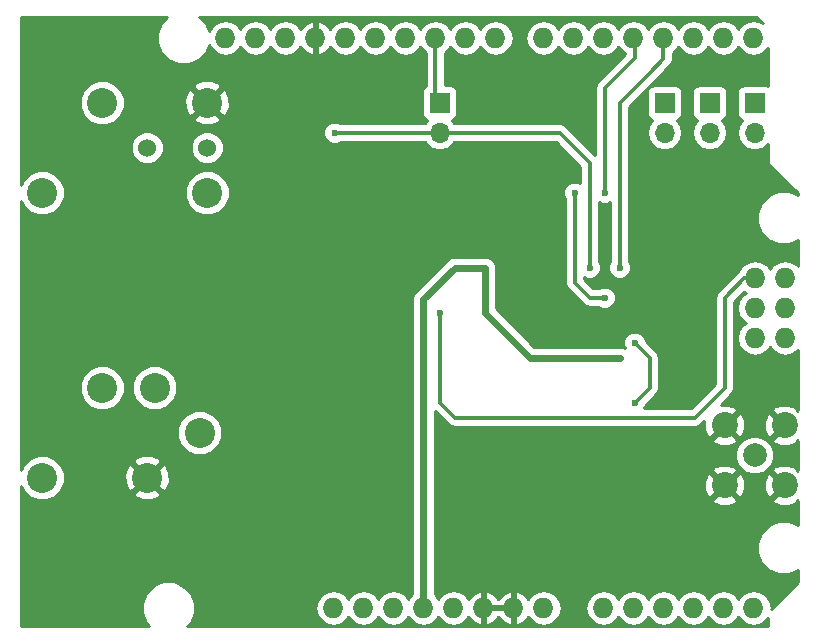
<source format=gbl>
G04 #@! TF.FileFunction,Copper,L2,Bot,Signal*
%FSLAX46Y46*%
G04 Gerber Fmt 4.6, Leading zero omitted, Abs format (unit mm)*
G04 Created by KiCad (PCBNEW 4.0.7) date 05/12/18 01:40:03*
%MOMM*%
%LPD*%
G01*
G04 APERTURE LIST*
%ADD10C,0.100000*%
%ADD11C,2.540000*%
%ADD12C,1.524000*%
%ADD13R,1.700000X1.700000*%
%ADD14O,1.700000X1.700000*%
%ADD15C,2.200000*%
%ADD16C,2.000000*%
%ADD17O,1.727200X1.727200*%
%ADD18C,0.600000*%
%ADD19C,0.609600*%
%ADD20C,0.304800*%
%ADD21C,0.254000*%
G04 APERTURE END LIST*
D10*
D11*
X17272000Y37719000D03*
D12*
X17272000Y41529000D03*
D11*
X17272000Y45339000D03*
X3302000Y37719000D03*
X8382000Y45339000D03*
D12*
X12192000Y41529000D03*
D11*
X12192000Y13589000D03*
X16637000Y17399000D03*
X12827000Y21209000D03*
X3302000Y13589000D03*
X8382000Y21209000D03*
D13*
X56007000Y45339000D03*
D14*
X56007000Y42799000D03*
D13*
X59817000Y45339000D03*
D14*
X59817000Y42799000D03*
D13*
X63627000Y45339000D03*
D14*
X63627000Y42799000D03*
D15*
X61087000Y12954000D03*
X61087000Y18034000D03*
X66167000Y18034000D03*
X66167000Y12954000D03*
D16*
X63627000Y15494000D03*
D17*
X63665100Y25425400D03*
X66205100Y25425400D03*
X66205100Y27965400D03*
X63665100Y27965400D03*
X66205100Y30505400D03*
X50838100Y2565400D03*
X45758100Y2565400D03*
X43218100Y2565400D03*
X40678100Y2565400D03*
X38138100Y2565400D03*
X35598100Y2565400D03*
X33058100Y2565400D03*
X30518100Y2565400D03*
X63538100Y50825400D03*
X60998100Y50825400D03*
X58458100Y50825400D03*
X55918100Y50825400D03*
X53378100Y50825400D03*
X50838100Y50825400D03*
X48298100Y50825400D03*
X45758100Y50825400D03*
X26454100Y50825400D03*
X41694100Y50825400D03*
X39154100Y50825400D03*
X36614100Y50825400D03*
X18834100Y50825400D03*
X21374100Y50825400D03*
X23914100Y50825400D03*
X28994100Y50825400D03*
X31534100Y50825400D03*
X34074100Y50825400D03*
X27978100Y2565400D03*
X53378100Y2565400D03*
X55918100Y2565400D03*
X58458100Y2565400D03*
X60998100Y2565400D03*
X63538100Y2565400D03*
X63665100Y30505400D03*
D13*
X36957000Y45339000D03*
D14*
X36957000Y42799000D03*
D18*
X40767000Y31369000D03*
X52197000Y23749000D03*
X58547000Y13589000D03*
X53467000Y38989000D03*
X53467000Y33909000D03*
X50927000Y37719000D03*
X50927000Y28829000D03*
X48387000Y37719000D03*
X53467000Y19939000D03*
X53467000Y25019000D03*
X52197000Y31369000D03*
X36957000Y27559000D03*
X28067000Y42799000D03*
X49657000Y31369000D03*
D19*
X35598100Y2565400D02*
X35598100Y28740100D01*
X38227000Y31369000D02*
X40767000Y31369000D01*
X35598100Y28740100D02*
X38227000Y31369000D01*
X40767000Y27559000D02*
X40767000Y31369000D01*
X44577000Y23749000D02*
X40767000Y27559000D01*
X52197000Y23749000D02*
X44577000Y23749000D01*
X53467000Y33909000D02*
X53467000Y38989000D01*
D20*
X50927000Y46609000D02*
X53467000Y49149000D01*
X53467000Y49149000D02*
X53467000Y50736500D01*
X53467000Y50736500D02*
X53378100Y50825400D01*
X53378100Y50825400D02*
X53378100Y50330100D01*
X50927000Y46609000D02*
X50927000Y45339000D01*
X50927000Y45339000D02*
X50927000Y37719000D01*
X50927000Y28829000D02*
X49657000Y28829000D01*
X48387000Y30099000D02*
X48387000Y37719000D01*
X49657000Y28829000D02*
X48387000Y30099000D01*
X53467000Y19939000D02*
X54737000Y21209000D01*
X54737000Y23749000D02*
X53467000Y25019000D01*
X54737000Y21209000D02*
X54737000Y23749000D01*
X52197000Y45339000D02*
X54737000Y47879000D01*
X52197000Y31369000D02*
X52197000Y38989000D01*
X55918100Y49060100D02*
X54737000Y47879000D01*
X55918100Y49060100D02*
X55918100Y50825400D01*
X52197000Y45339000D02*
X52197000Y38989000D01*
X62763400Y30505400D02*
X61087000Y28829000D01*
X61087000Y28829000D02*
X61087000Y21209000D01*
X61087000Y21209000D02*
X58547000Y18669000D01*
X58547000Y18669000D02*
X38227000Y18669000D01*
X38227000Y18669000D02*
X36957000Y19939000D01*
X36957000Y19939000D02*
X36957000Y25019000D01*
X62763400Y30505400D02*
X63665100Y30505400D01*
X36957000Y27559000D02*
X36957000Y25019000D01*
X36614100Y50825400D02*
X36614100Y45681900D01*
X36614100Y45681900D02*
X36957000Y45339000D01*
X36957000Y42799000D02*
X28067000Y42799000D01*
X36957000Y42799000D02*
X47117000Y42799000D01*
X49657000Y40259000D02*
X49657000Y31369000D01*
X47117000Y42799000D02*
X49657000Y40259000D01*
D21*
G36*
X13384464Y52093079D02*
X13043489Y51271919D01*
X13042713Y50382781D01*
X13382255Y49561028D01*
X14010421Y48931764D01*
X14831581Y48590789D01*
X15720719Y48590013D01*
X16542472Y48929555D01*
X17171736Y49557721D01*
X17444745Y50215200D01*
X17745071Y49765730D01*
X18231252Y49440874D01*
X18804741Y49326800D01*
X18863459Y49326800D01*
X19436948Y49440874D01*
X19923129Y49765730D01*
X20104100Y50036572D01*
X20285071Y49765730D01*
X20771252Y49440874D01*
X21344741Y49326800D01*
X21403459Y49326800D01*
X21976948Y49440874D01*
X22463129Y49765730D01*
X22644100Y50036572D01*
X22825071Y49765730D01*
X23311252Y49440874D01*
X23884741Y49326800D01*
X23943459Y49326800D01*
X24516948Y49440874D01*
X25003129Y49765730D01*
X25184092Y50036561D01*
X25565610Y49618579D01*
X26095073Y49370432D01*
X26327100Y49490931D01*
X26327100Y50698400D01*
X26307100Y50698400D01*
X26307100Y50952400D01*
X26327100Y50952400D01*
X26327100Y52159869D01*
X26095073Y52280368D01*
X25565610Y52032221D01*
X25184092Y51614239D01*
X25003129Y51885070D01*
X24516948Y52209926D01*
X23943459Y52324000D01*
X23884741Y52324000D01*
X23311252Y52209926D01*
X22825071Y51885070D01*
X22644100Y51614228D01*
X22463129Y51885070D01*
X21976948Y52209926D01*
X21403459Y52324000D01*
X21344741Y52324000D01*
X20771252Y52209926D01*
X20285071Y51885070D01*
X20104100Y51614228D01*
X19923129Y51885070D01*
X19436948Y52209926D01*
X18863459Y52324000D01*
X18804741Y52324000D01*
X18231252Y52209926D01*
X17745071Y51885070D01*
X17444435Y51435137D01*
X17173945Y52089772D01*
X16634660Y52630000D01*
X63776394Y52630000D01*
X64308267Y52098127D01*
X64140948Y52209926D01*
X63567459Y52324000D01*
X63508741Y52324000D01*
X62935252Y52209926D01*
X62449071Y51885070D01*
X62268100Y51614228D01*
X62087129Y51885070D01*
X61600948Y52209926D01*
X61027459Y52324000D01*
X60968741Y52324000D01*
X60395252Y52209926D01*
X59909071Y51885070D01*
X59728100Y51614228D01*
X59547129Y51885070D01*
X59060948Y52209926D01*
X58487459Y52324000D01*
X58428741Y52324000D01*
X57855252Y52209926D01*
X57369071Y51885070D01*
X57188100Y51614228D01*
X57007129Y51885070D01*
X56520948Y52209926D01*
X55947459Y52324000D01*
X55888741Y52324000D01*
X55315252Y52209926D01*
X54829071Y51885070D01*
X54648100Y51614228D01*
X54467129Y51885070D01*
X53980948Y52209926D01*
X53407459Y52324000D01*
X53348741Y52324000D01*
X52775252Y52209926D01*
X52289071Y51885070D01*
X52108100Y51614228D01*
X51927129Y51885070D01*
X51440948Y52209926D01*
X50867459Y52324000D01*
X50808741Y52324000D01*
X50235252Y52209926D01*
X49749071Y51885070D01*
X49568100Y51614228D01*
X49387129Y51885070D01*
X48900948Y52209926D01*
X48327459Y52324000D01*
X48268741Y52324000D01*
X47695252Y52209926D01*
X47209071Y51885070D01*
X47028100Y51614228D01*
X46847129Y51885070D01*
X46360948Y52209926D01*
X45787459Y52324000D01*
X45728741Y52324000D01*
X45155252Y52209926D01*
X44669071Y51885070D01*
X44344215Y51398889D01*
X44230141Y50825400D01*
X44344215Y50251911D01*
X44669071Y49765730D01*
X45155252Y49440874D01*
X45728741Y49326800D01*
X45787459Y49326800D01*
X46360948Y49440874D01*
X46847129Y49765730D01*
X47028100Y50036572D01*
X47209071Y49765730D01*
X47695252Y49440874D01*
X48268741Y49326800D01*
X48327459Y49326800D01*
X48900948Y49440874D01*
X49387129Y49765730D01*
X49568100Y50036572D01*
X49749071Y49765730D01*
X50235252Y49440874D01*
X50808741Y49326800D01*
X50867459Y49326800D01*
X51440948Y49440874D01*
X51927129Y49765730D01*
X52108100Y50036572D01*
X52289071Y49765730D01*
X52679600Y49504787D01*
X52679600Y49475152D01*
X50370224Y47165776D01*
X50199537Y46910325D01*
X50139600Y46609000D01*
X50139600Y40889952D01*
X47673776Y43355776D01*
X47418325Y43526463D01*
X47117000Y43586400D01*
X38211646Y43586400D01*
X38036147Y43849054D01*
X37994548Y43876850D01*
X38042317Y43885838D01*
X38258441Y44024910D01*
X38403431Y44237110D01*
X38454440Y44489000D01*
X38454440Y46189000D01*
X38410162Y46424317D01*
X38271090Y46640441D01*
X38058890Y46785431D01*
X37807000Y46836440D01*
X37401500Y46836440D01*
X37401500Y49564188D01*
X37703129Y49765730D01*
X37884100Y50036572D01*
X38065071Y49765730D01*
X38551252Y49440874D01*
X39124741Y49326800D01*
X39183459Y49326800D01*
X39756948Y49440874D01*
X40243129Y49765730D01*
X40424100Y50036572D01*
X40605071Y49765730D01*
X41091252Y49440874D01*
X41664741Y49326800D01*
X41723459Y49326800D01*
X42296948Y49440874D01*
X42783129Y49765730D01*
X43107985Y50251911D01*
X43222059Y50825400D01*
X43107985Y51398889D01*
X42783129Y51885070D01*
X42296948Y52209926D01*
X41723459Y52324000D01*
X41664741Y52324000D01*
X41091252Y52209926D01*
X40605071Y51885070D01*
X40424100Y51614228D01*
X40243129Y51885070D01*
X39756948Y52209926D01*
X39183459Y52324000D01*
X39124741Y52324000D01*
X38551252Y52209926D01*
X38065071Y51885070D01*
X37884100Y51614228D01*
X37703129Y51885070D01*
X37216948Y52209926D01*
X36643459Y52324000D01*
X36584741Y52324000D01*
X36011252Y52209926D01*
X35525071Y51885070D01*
X35344100Y51614228D01*
X35163129Y51885070D01*
X34676948Y52209926D01*
X34103459Y52324000D01*
X34044741Y52324000D01*
X33471252Y52209926D01*
X32985071Y51885070D01*
X32804100Y51614228D01*
X32623129Y51885070D01*
X32136948Y52209926D01*
X31563459Y52324000D01*
X31504741Y52324000D01*
X30931252Y52209926D01*
X30445071Y51885070D01*
X30264100Y51614228D01*
X30083129Y51885070D01*
X29596948Y52209926D01*
X29023459Y52324000D01*
X28964741Y52324000D01*
X28391252Y52209926D01*
X27905071Y51885070D01*
X27724108Y51614239D01*
X27342590Y52032221D01*
X26813127Y52280368D01*
X26581100Y52159869D01*
X26581100Y50952400D01*
X26601100Y50952400D01*
X26601100Y50698400D01*
X26581100Y50698400D01*
X26581100Y49490931D01*
X26813127Y49370432D01*
X27342590Y49618579D01*
X27724108Y50036561D01*
X27905071Y49765730D01*
X28391252Y49440874D01*
X28964741Y49326800D01*
X29023459Y49326800D01*
X29596948Y49440874D01*
X30083129Y49765730D01*
X30264100Y50036572D01*
X30445071Y49765730D01*
X30931252Y49440874D01*
X31504741Y49326800D01*
X31563459Y49326800D01*
X32136948Y49440874D01*
X32623129Y49765730D01*
X32804100Y50036572D01*
X32985071Y49765730D01*
X33471252Y49440874D01*
X34044741Y49326800D01*
X34103459Y49326800D01*
X34676948Y49440874D01*
X35163129Y49765730D01*
X35344100Y50036572D01*
X35525071Y49765730D01*
X35826700Y49564188D01*
X35826700Y46763216D01*
X35655559Y46653090D01*
X35510569Y46440890D01*
X35459560Y46189000D01*
X35459560Y44489000D01*
X35503838Y44253683D01*
X35642910Y44037559D01*
X35855110Y43892569D01*
X35922541Y43878914D01*
X35877853Y43849054D01*
X35702354Y43586400D01*
X28602111Y43586400D01*
X28597327Y43591192D01*
X28253799Y43733838D01*
X27881833Y43734162D01*
X27538057Y43592117D01*
X27274808Y43329327D01*
X27132162Y42985799D01*
X27131838Y42613833D01*
X27273883Y42270057D01*
X27536673Y42006808D01*
X27880201Y41864162D01*
X28252167Y41863838D01*
X28595943Y42005883D01*
X28601670Y42011600D01*
X35702354Y42011600D01*
X35877853Y41748946D01*
X36359622Y41427039D01*
X36927907Y41314000D01*
X36986093Y41314000D01*
X37554378Y41427039D01*
X38036147Y41748946D01*
X38211646Y42011600D01*
X46790848Y42011600D01*
X48869600Y39932848D01*
X48869600Y38531010D01*
X48573799Y38653838D01*
X48201833Y38654162D01*
X47858057Y38512117D01*
X47594808Y38249327D01*
X47452162Y37905799D01*
X47451838Y37533833D01*
X47593883Y37190057D01*
X47599600Y37184330D01*
X47599600Y30099000D01*
X47659537Y29797675D01*
X47830224Y29542224D01*
X49100224Y28272224D01*
X49355675Y28101537D01*
X49657000Y28041600D01*
X50391889Y28041600D01*
X50396673Y28036808D01*
X50740201Y27894162D01*
X51112167Y27893838D01*
X51455943Y28035883D01*
X51719192Y28298673D01*
X51861838Y28642201D01*
X51862162Y29014167D01*
X51720117Y29357943D01*
X51457327Y29621192D01*
X51113799Y29763838D01*
X50741833Y29764162D01*
X50398057Y29622117D01*
X50392330Y29616400D01*
X49983152Y29616400D01*
X49174400Y30425152D01*
X49174400Y30556990D01*
X49470201Y30434162D01*
X49842167Y30433838D01*
X50185943Y30575883D01*
X50449192Y30838673D01*
X50591838Y31182201D01*
X50592162Y31554167D01*
X50450117Y31897943D01*
X50444400Y31903670D01*
X50444400Y36906990D01*
X50740201Y36784162D01*
X51112167Y36783838D01*
X51409600Y36906735D01*
X51409600Y31904111D01*
X51404808Y31899327D01*
X51262162Y31555799D01*
X51261838Y31183833D01*
X51403883Y30840057D01*
X51666673Y30576808D01*
X52010201Y30434162D01*
X52382167Y30433838D01*
X52725943Y30575883D01*
X52989192Y30838673D01*
X53131838Y31182201D01*
X53132162Y31554167D01*
X52990117Y31897943D01*
X52984400Y31903670D01*
X52984400Y42799000D01*
X54492907Y42799000D01*
X54605946Y42230715D01*
X54927853Y41748946D01*
X55409622Y41427039D01*
X55977907Y41314000D01*
X56036093Y41314000D01*
X56604378Y41427039D01*
X57086147Y41748946D01*
X57408054Y42230715D01*
X57521093Y42799000D01*
X58302907Y42799000D01*
X58415946Y42230715D01*
X58737853Y41748946D01*
X59219622Y41427039D01*
X59787907Y41314000D01*
X59846093Y41314000D01*
X60414378Y41427039D01*
X60896147Y41748946D01*
X61218054Y42230715D01*
X61331093Y42799000D01*
X61218054Y43367285D01*
X60896147Y43849054D01*
X60854548Y43876850D01*
X60902317Y43885838D01*
X61118441Y44024910D01*
X61263431Y44237110D01*
X61314440Y44489000D01*
X61314440Y46189000D01*
X61270162Y46424317D01*
X61131090Y46640441D01*
X60918890Y46785431D01*
X60667000Y46836440D01*
X58967000Y46836440D01*
X58731683Y46792162D01*
X58515559Y46653090D01*
X58370569Y46440890D01*
X58319560Y46189000D01*
X58319560Y44489000D01*
X58363838Y44253683D01*
X58502910Y44037559D01*
X58715110Y43892569D01*
X58782541Y43878914D01*
X58737853Y43849054D01*
X58415946Y43367285D01*
X58302907Y42799000D01*
X57521093Y42799000D01*
X57408054Y43367285D01*
X57086147Y43849054D01*
X57044548Y43876850D01*
X57092317Y43885838D01*
X57308441Y44024910D01*
X57453431Y44237110D01*
X57504440Y44489000D01*
X57504440Y46189000D01*
X57460162Y46424317D01*
X57321090Y46640441D01*
X57108890Y46785431D01*
X56857000Y46836440D01*
X55157000Y46836440D01*
X54921683Y46792162D01*
X54705559Y46653090D01*
X54560569Y46440890D01*
X54509560Y46189000D01*
X54509560Y44489000D01*
X54553838Y44253683D01*
X54692910Y44037559D01*
X54905110Y43892569D01*
X54972541Y43878914D01*
X54927853Y43849054D01*
X54605946Y43367285D01*
X54492907Y42799000D01*
X52984400Y42799000D01*
X52984400Y45012848D01*
X56474876Y48503324D01*
X56645563Y48758775D01*
X56705500Y49060100D01*
X56705500Y49564188D01*
X57007129Y49765730D01*
X57188100Y50036572D01*
X57369071Y49765730D01*
X57855252Y49440874D01*
X58428741Y49326800D01*
X58487459Y49326800D01*
X59060948Y49440874D01*
X59547129Y49765730D01*
X59728100Y50036572D01*
X59909071Y49765730D01*
X60395252Y49440874D01*
X60968741Y49326800D01*
X61027459Y49326800D01*
X61600948Y49440874D01*
X62087129Y49765730D01*
X62268100Y50036572D01*
X62449071Y49765730D01*
X62935252Y49440874D01*
X63508741Y49326800D01*
X63567459Y49326800D01*
X64140948Y49440874D01*
X64627129Y49765730D01*
X64770000Y49979551D01*
X64770000Y46757342D01*
X64728890Y46785431D01*
X64477000Y46836440D01*
X62777000Y46836440D01*
X62541683Y46792162D01*
X62325559Y46653090D01*
X62180569Y46440890D01*
X62129560Y46189000D01*
X62129560Y44489000D01*
X62173838Y44253683D01*
X62312910Y44037559D01*
X62525110Y43892569D01*
X62592541Y43878914D01*
X62547853Y43849054D01*
X62225946Y43367285D01*
X62112907Y42799000D01*
X62225946Y42230715D01*
X62547853Y41748946D01*
X63029622Y41427039D01*
X63597907Y41314000D01*
X63656093Y41314000D01*
X64224378Y41427039D01*
X64706147Y41748946D01*
X64770000Y41844509D01*
X64770000Y40259000D01*
X64780006Y40209590D01*
X64807197Y40169197D01*
X67310000Y37666394D01*
X67310000Y37493893D01*
X66524619Y37820011D01*
X65635481Y37820787D01*
X64813728Y37481245D01*
X64184464Y36853079D01*
X63843489Y36031919D01*
X63842713Y35142781D01*
X64182255Y34321028D01*
X64810421Y33691764D01*
X65631581Y33350789D01*
X66520719Y33350013D01*
X67310000Y33676138D01*
X67310000Y31541317D01*
X67294129Y31565070D01*
X66807948Y31889926D01*
X66234459Y32004000D01*
X66175741Y32004000D01*
X65602252Y31889926D01*
X65116071Y31565070D01*
X64935100Y31294228D01*
X64754129Y31565070D01*
X64267948Y31889926D01*
X63694459Y32004000D01*
X63635741Y32004000D01*
X63062252Y31889926D01*
X62576071Y31565070D01*
X62267006Y31102522D01*
X62206624Y31062176D01*
X60530224Y29385776D01*
X60359537Y29130325D01*
X60299600Y28829000D01*
X60299600Y21535152D01*
X58220848Y19456400D01*
X54279010Y19456400D01*
X54401838Y19752201D01*
X54401845Y19760293D01*
X55293776Y20652224D01*
X55464463Y20907675D01*
X55524400Y21209000D01*
X55524400Y23749000D01*
X55464463Y24050325D01*
X55293776Y24305776D01*
X54402156Y25197396D01*
X54402162Y25204167D01*
X54260117Y25547943D01*
X53997327Y25811192D01*
X53653799Y25953838D01*
X53281833Y25954162D01*
X52938057Y25812117D01*
X52674808Y25549327D01*
X52532162Y25205799D01*
X52531838Y24833833D01*
X52637310Y24578570D01*
X52577191Y24603534D01*
X52556646Y24617262D01*
X52532623Y24622040D01*
X52383799Y24683838D01*
X52221234Y24683980D01*
X52197000Y24688800D01*
X44966278Y24688800D01*
X41706800Y27948278D01*
X41706800Y31369000D01*
X41702022Y31393022D01*
X41702162Y31554167D01*
X41640083Y31704411D01*
X41635262Y31728646D01*
X41621654Y31749012D01*
X41560117Y31897943D01*
X41445267Y32012994D01*
X41431539Y32033539D01*
X41411173Y32047147D01*
X41297327Y32161192D01*
X41147191Y32223534D01*
X41126646Y32237262D01*
X41102623Y32242040D01*
X40953799Y32303838D01*
X40791234Y32303980D01*
X40767000Y32308800D01*
X38227000Y32308800D01*
X37867354Y32237262D01*
X37562461Y32033539D01*
X34933561Y29404639D01*
X34729838Y29099746D01*
X34658300Y28740100D01*
X34658300Y3724782D01*
X34509071Y3625070D01*
X34328100Y3354228D01*
X34147129Y3625070D01*
X33660948Y3949926D01*
X33087459Y4064000D01*
X33028741Y4064000D01*
X32455252Y3949926D01*
X31969071Y3625070D01*
X31788100Y3354228D01*
X31607129Y3625070D01*
X31120948Y3949926D01*
X30547459Y4064000D01*
X30488741Y4064000D01*
X29915252Y3949926D01*
X29429071Y3625070D01*
X29248100Y3354228D01*
X29067129Y3625070D01*
X28580948Y3949926D01*
X28007459Y4064000D01*
X27948741Y4064000D01*
X27375252Y3949926D01*
X26889071Y3625070D01*
X26564215Y3138889D01*
X26450141Y2565400D01*
X26564215Y1991911D01*
X26889071Y1505730D01*
X27375252Y1180874D01*
X27948741Y1066800D01*
X28007459Y1066800D01*
X28580948Y1180874D01*
X29067129Y1505730D01*
X29248100Y1776572D01*
X29429071Y1505730D01*
X29915252Y1180874D01*
X30488741Y1066800D01*
X30547459Y1066800D01*
X31120948Y1180874D01*
X31607129Y1505730D01*
X31788100Y1776572D01*
X31969071Y1505730D01*
X32455252Y1180874D01*
X33028741Y1066800D01*
X33087459Y1066800D01*
X33660948Y1180874D01*
X34147129Y1505730D01*
X34328100Y1776572D01*
X34509071Y1505730D01*
X34995252Y1180874D01*
X35568741Y1066800D01*
X35627459Y1066800D01*
X36200948Y1180874D01*
X36687129Y1505730D01*
X36868100Y1776572D01*
X37049071Y1505730D01*
X37535252Y1180874D01*
X38108741Y1066800D01*
X38167459Y1066800D01*
X38740948Y1180874D01*
X39227129Y1505730D01*
X39408092Y1776561D01*
X39789610Y1358579D01*
X40319073Y1110432D01*
X40551100Y1230931D01*
X40551100Y2438400D01*
X40805100Y2438400D01*
X40805100Y1230931D01*
X41037127Y1110432D01*
X41566590Y1358579D01*
X41948100Y1776552D01*
X42329610Y1358579D01*
X42859073Y1110432D01*
X43091100Y1230931D01*
X43091100Y2438400D01*
X40805100Y2438400D01*
X40551100Y2438400D01*
X40531100Y2438400D01*
X40531100Y2692400D01*
X40551100Y2692400D01*
X40551100Y3899869D01*
X40805100Y3899869D01*
X40805100Y2692400D01*
X43091100Y2692400D01*
X43091100Y3899869D01*
X43345100Y3899869D01*
X43345100Y2692400D01*
X43365100Y2692400D01*
X43365100Y2438400D01*
X43345100Y2438400D01*
X43345100Y1230931D01*
X43577127Y1110432D01*
X44106590Y1358579D01*
X44488108Y1776561D01*
X44669071Y1505730D01*
X45155252Y1180874D01*
X45728741Y1066800D01*
X45787459Y1066800D01*
X46360948Y1180874D01*
X46847129Y1505730D01*
X47171985Y1991911D01*
X47286059Y2565400D01*
X47171985Y3138889D01*
X46847129Y3625070D01*
X46360948Y3949926D01*
X45787459Y4064000D01*
X45728741Y4064000D01*
X45155252Y3949926D01*
X44669071Y3625070D01*
X44488108Y3354239D01*
X44106590Y3772221D01*
X43577127Y4020368D01*
X43345100Y3899869D01*
X43091100Y3899869D01*
X42859073Y4020368D01*
X42329610Y3772221D01*
X41948100Y3354248D01*
X41566590Y3772221D01*
X41037127Y4020368D01*
X40805100Y3899869D01*
X40551100Y3899869D01*
X40319073Y4020368D01*
X39789610Y3772221D01*
X39408092Y3354239D01*
X39227129Y3625070D01*
X38740948Y3949926D01*
X38167459Y4064000D01*
X38108741Y4064000D01*
X37535252Y3949926D01*
X37049071Y3625070D01*
X36868100Y3354228D01*
X36687129Y3625070D01*
X36537900Y3724782D01*
X36537900Y11729132D01*
X60041737Y11729132D01*
X60152641Y11451901D01*
X60798593Y11208677D01*
X61488453Y11231164D01*
X62021359Y11451901D01*
X62132263Y11729132D01*
X61087000Y12774395D01*
X60041737Y11729132D01*
X36537900Y11729132D01*
X36537900Y13242407D01*
X59341677Y13242407D01*
X59364164Y12552547D01*
X59584901Y12019641D01*
X59862132Y11908737D01*
X60907395Y12954000D01*
X61266605Y12954000D01*
X62311868Y11908737D01*
X62589099Y12019641D01*
X62832323Y12665593D01*
X62813521Y13242407D01*
X64421677Y13242407D01*
X64444164Y12552547D01*
X64664901Y12019641D01*
X64942132Y11908737D01*
X65987395Y12954000D01*
X64942132Y13999263D01*
X64664901Y13888359D01*
X64421677Y13242407D01*
X62813521Y13242407D01*
X62809836Y13355453D01*
X62589099Y13888359D01*
X62311868Y13999263D01*
X61266605Y12954000D01*
X60907395Y12954000D01*
X59862132Y13999263D01*
X59584901Y13888359D01*
X59341677Y13242407D01*
X36537900Y13242407D01*
X36537900Y14178868D01*
X60041737Y14178868D01*
X61087000Y13133605D01*
X62132263Y14178868D01*
X62021359Y14456099D01*
X61375407Y14699323D01*
X60685547Y14676836D01*
X60152641Y14456099D01*
X60041737Y14178868D01*
X36537900Y14178868D01*
X36537900Y15170205D01*
X61991716Y15170205D01*
X62240106Y14569057D01*
X62699637Y14108722D01*
X63300352Y13859284D01*
X63950795Y13858716D01*
X64551943Y14107106D01*
X65012278Y14566637D01*
X65261716Y15167352D01*
X65262284Y15817795D01*
X65013894Y16418943D01*
X64554363Y16879278D01*
X63953648Y17128716D01*
X63303205Y17129284D01*
X62702057Y16880894D01*
X62241722Y16421363D01*
X61992284Y15820648D01*
X61991716Y15170205D01*
X36537900Y15170205D01*
X36537900Y16809132D01*
X60041737Y16809132D01*
X60152641Y16531901D01*
X60798593Y16288677D01*
X61488453Y16311164D01*
X62021359Y16531901D01*
X62132263Y16809132D01*
X61087000Y17854395D01*
X60041737Y16809132D01*
X36537900Y16809132D01*
X36537900Y19244548D01*
X37670224Y18112224D01*
X37925675Y17941537D01*
X38227000Y17881600D01*
X58547000Y17881600D01*
X58848325Y17941537D01*
X59103776Y18112224D01*
X59358417Y18366865D01*
X59341677Y18322407D01*
X59364164Y17632547D01*
X59584901Y17099641D01*
X59862132Y16988737D01*
X60907395Y18034000D01*
X61266605Y18034000D01*
X62311868Y16988737D01*
X62589099Y17099641D01*
X62832323Y17745593D01*
X62813521Y18322407D01*
X64421677Y18322407D01*
X64444164Y17632547D01*
X64664901Y17099641D01*
X64942132Y16988737D01*
X65987395Y18034000D01*
X64942132Y19079263D01*
X64664901Y18968359D01*
X64421677Y18322407D01*
X62813521Y18322407D01*
X62809836Y18435453D01*
X62589099Y18968359D01*
X62311868Y19079263D01*
X61266605Y18034000D01*
X60907395Y18034000D01*
X60893253Y18048142D01*
X61072858Y18227747D01*
X61087000Y18213605D01*
X62132263Y19258868D01*
X62021359Y19536099D01*
X61375407Y19779323D01*
X60750505Y19758953D01*
X61643776Y20652224D01*
X61814463Y20907675D01*
X61874400Y21209000D01*
X61874400Y28502848D01*
X62720666Y29349114D01*
X62890852Y29235400D01*
X62576071Y29025070D01*
X62251215Y28538889D01*
X62137141Y27965400D01*
X62251215Y27391911D01*
X62576071Y26905730D01*
X62890852Y26695400D01*
X62576071Y26485070D01*
X62251215Y25998889D01*
X62137141Y25425400D01*
X62251215Y24851911D01*
X62576071Y24365730D01*
X63062252Y24040874D01*
X63635741Y23926800D01*
X63694459Y23926800D01*
X64267948Y24040874D01*
X64754129Y24365730D01*
X64935100Y24636572D01*
X65116071Y24365730D01*
X65602252Y24040874D01*
X66175741Y23926800D01*
X66234459Y23926800D01*
X66807948Y24040874D01*
X67294129Y24365730D01*
X67310000Y24389483D01*
X67310000Y19356608D01*
X67212262Y19258870D01*
X67101359Y19536099D01*
X66455407Y19779323D01*
X65765547Y19756836D01*
X65232641Y19536099D01*
X65121737Y19258868D01*
X66167000Y18213605D01*
X66181143Y18227747D01*
X66360748Y18048142D01*
X66346605Y18034000D01*
X66360748Y18019857D01*
X66181143Y17840252D01*
X66167000Y17854395D01*
X65121737Y16809132D01*
X65232641Y16531901D01*
X65878593Y16288677D01*
X66568453Y16311164D01*
X67101359Y16531901D01*
X67212262Y16809130D01*
X67310000Y16711392D01*
X67310000Y14276608D01*
X67212262Y14178870D01*
X67101359Y14456099D01*
X66455407Y14699323D01*
X65765547Y14676836D01*
X65232641Y14456099D01*
X65121737Y14178868D01*
X66167000Y13133605D01*
X66181143Y13147747D01*
X66360748Y12968142D01*
X66346605Y12954000D01*
X66360748Y12939857D01*
X66181143Y12760252D01*
X66167000Y12774395D01*
X65121737Y11729132D01*
X65232641Y11451901D01*
X65878593Y11208677D01*
X66568453Y11231164D01*
X67101359Y11451901D01*
X67212262Y11729130D01*
X67310000Y11631392D01*
X67310000Y9553893D01*
X66524619Y9880011D01*
X65635481Y9880787D01*
X64813728Y9541245D01*
X64184464Y8913079D01*
X63843489Y8091919D01*
X63842713Y7202781D01*
X64182255Y6381028D01*
X64810421Y5751764D01*
X65631581Y5410789D01*
X66520719Y5410013D01*
X67310000Y5736138D01*
X67310000Y4751606D01*
X65051723Y2493329D01*
X65066059Y2565400D01*
X64951985Y3138889D01*
X64627129Y3625070D01*
X64140948Y3949926D01*
X63567459Y4064000D01*
X63508741Y4064000D01*
X62935252Y3949926D01*
X62449071Y3625070D01*
X62268100Y3354228D01*
X62087129Y3625070D01*
X61600948Y3949926D01*
X61027459Y4064000D01*
X60968741Y4064000D01*
X60395252Y3949926D01*
X59909071Y3625070D01*
X59728100Y3354228D01*
X59547129Y3625070D01*
X59060948Y3949926D01*
X58487459Y4064000D01*
X58428741Y4064000D01*
X57855252Y3949926D01*
X57369071Y3625070D01*
X57188100Y3354228D01*
X57007129Y3625070D01*
X56520948Y3949926D01*
X55947459Y4064000D01*
X55888741Y4064000D01*
X55315252Y3949926D01*
X54829071Y3625070D01*
X54648100Y3354228D01*
X54467129Y3625070D01*
X53980948Y3949926D01*
X53407459Y4064000D01*
X53348741Y4064000D01*
X52775252Y3949926D01*
X52289071Y3625070D01*
X52108100Y3354228D01*
X51927129Y3625070D01*
X51440948Y3949926D01*
X50867459Y4064000D01*
X50808741Y4064000D01*
X50235252Y3949926D01*
X49749071Y3625070D01*
X49424215Y3138889D01*
X49310141Y2565400D01*
X49424215Y1991911D01*
X49749071Y1505730D01*
X50235252Y1180874D01*
X50808741Y1066800D01*
X50867459Y1066800D01*
X51440948Y1180874D01*
X51927129Y1505730D01*
X52108100Y1776572D01*
X52289071Y1505730D01*
X52775252Y1180874D01*
X53348741Y1066800D01*
X53407459Y1066800D01*
X53980948Y1180874D01*
X54467129Y1505730D01*
X54648100Y1776572D01*
X54829071Y1505730D01*
X55315252Y1180874D01*
X55888741Y1066800D01*
X55947459Y1066800D01*
X56520948Y1180874D01*
X57007129Y1505730D01*
X57188100Y1776572D01*
X57369071Y1505730D01*
X57855252Y1180874D01*
X58428741Y1066800D01*
X58487459Y1066800D01*
X59060948Y1180874D01*
X59547129Y1505730D01*
X59728100Y1776572D01*
X59909071Y1505730D01*
X60395252Y1180874D01*
X60968741Y1066800D01*
X61027459Y1066800D01*
X61600948Y1180874D01*
X62087129Y1505730D01*
X62268100Y1776572D01*
X62449071Y1505730D01*
X62935252Y1180874D01*
X63508741Y1066800D01*
X63567459Y1066800D01*
X64140948Y1180874D01*
X64627129Y1505730D01*
X64770000Y1719551D01*
X64770000Y1016000D01*
X15619523Y1016000D01*
X15901736Y1297721D01*
X16242711Y2118881D01*
X16243487Y3008019D01*
X15903945Y3829772D01*
X15275779Y4459036D01*
X14454619Y4800011D01*
X13565481Y4800787D01*
X12743728Y4461245D01*
X12114464Y3833079D01*
X11773489Y3011919D01*
X11772713Y2122781D01*
X12112255Y1301028D01*
X12396786Y1016000D01*
X1524000Y1016000D01*
X1524000Y12903573D01*
X1686078Y12511314D01*
X2221495Y11974961D01*
X2921410Y11684332D01*
X3679265Y11683670D01*
X4379686Y11973078D01*
X4648299Y12241223D01*
X11023828Y12241223D01*
X11155520Y11946343D01*
X11863036Y11674739D01*
X12620632Y11694564D01*
X13228480Y11946343D01*
X13360172Y12241223D01*
X12192000Y13409395D01*
X11023828Y12241223D01*
X4648299Y12241223D01*
X4916039Y12508495D01*
X5206668Y13208410D01*
X5207287Y13917964D01*
X10277739Y13917964D01*
X10297564Y13160368D01*
X10549343Y12552520D01*
X10844223Y12420828D01*
X12012395Y13589000D01*
X12371605Y13589000D01*
X13539777Y12420828D01*
X13834657Y12552520D01*
X14106261Y13260036D01*
X14086436Y14017632D01*
X13834657Y14625480D01*
X13539777Y14757172D01*
X12371605Y13589000D01*
X12012395Y13589000D01*
X10844223Y14757172D01*
X10549343Y14625480D01*
X10277739Y13917964D01*
X5207287Y13917964D01*
X5207330Y13966265D01*
X4917922Y14666686D01*
X4648303Y14936777D01*
X11023828Y14936777D01*
X12192000Y13768605D01*
X13360172Y14936777D01*
X13228480Y15231657D01*
X12520964Y15503261D01*
X11763368Y15483436D01*
X11155520Y15231657D01*
X11023828Y14936777D01*
X4648303Y14936777D01*
X4382505Y15203039D01*
X3682590Y15493668D01*
X2924735Y15494330D01*
X2224314Y15204922D01*
X1687961Y14669505D01*
X1524000Y14274642D01*
X1524000Y17021735D01*
X14731670Y17021735D01*
X15021078Y16321314D01*
X15556495Y15784961D01*
X16256410Y15494332D01*
X17014265Y15493670D01*
X17714686Y15783078D01*
X18251039Y16318495D01*
X18541668Y17018410D01*
X18542330Y17776265D01*
X18252922Y18476686D01*
X17717505Y19013039D01*
X17017590Y19303668D01*
X16259735Y19304330D01*
X15559314Y19014922D01*
X15022961Y18479505D01*
X14732332Y17779590D01*
X14731670Y17021735D01*
X1524000Y17021735D01*
X1524000Y20831735D01*
X6476670Y20831735D01*
X6766078Y20131314D01*
X7301495Y19594961D01*
X8001410Y19304332D01*
X8759265Y19303670D01*
X9459686Y19593078D01*
X9996039Y20128495D01*
X10286668Y20828410D01*
X10286670Y20831735D01*
X10921670Y20831735D01*
X11211078Y20131314D01*
X11746495Y19594961D01*
X12446410Y19304332D01*
X13204265Y19303670D01*
X13904686Y19593078D01*
X14441039Y20128495D01*
X14731668Y20828410D01*
X14732330Y21586265D01*
X14442922Y22286686D01*
X13907505Y22823039D01*
X13207590Y23113668D01*
X12449735Y23114330D01*
X11749314Y22824922D01*
X11212961Y22289505D01*
X10922332Y21589590D01*
X10921670Y20831735D01*
X10286670Y20831735D01*
X10287330Y21586265D01*
X9997922Y22286686D01*
X9462505Y22823039D01*
X8762590Y23113668D01*
X8004735Y23114330D01*
X7304314Y22824922D01*
X6767961Y22289505D01*
X6477332Y21589590D01*
X6476670Y20831735D01*
X1524000Y20831735D01*
X1524000Y37033573D01*
X1686078Y36641314D01*
X2221495Y36104961D01*
X2921410Y35814332D01*
X3679265Y35813670D01*
X4379686Y36103078D01*
X4916039Y36638495D01*
X5206668Y37338410D01*
X5206670Y37341735D01*
X15366670Y37341735D01*
X15656078Y36641314D01*
X16191495Y36104961D01*
X16891410Y35814332D01*
X17649265Y35813670D01*
X18349686Y36103078D01*
X18886039Y36638495D01*
X19176668Y37338410D01*
X19177330Y38096265D01*
X18887922Y38796686D01*
X18352505Y39333039D01*
X17652590Y39623668D01*
X16894735Y39624330D01*
X16194314Y39334922D01*
X15657961Y38799505D01*
X15367332Y38099590D01*
X15366670Y37341735D01*
X5206670Y37341735D01*
X5207330Y38096265D01*
X4917922Y38796686D01*
X4382505Y39333039D01*
X3682590Y39623668D01*
X2924735Y39624330D01*
X2224314Y39334922D01*
X1687961Y38799505D01*
X1524000Y38404642D01*
X1524000Y41252339D01*
X10794758Y41252339D01*
X11006990Y40738697D01*
X11399630Y40345371D01*
X11912900Y40132243D01*
X12468661Y40131758D01*
X12982303Y40343990D01*
X13375629Y40736630D01*
X13588757Y41249900D01*
X13588759Y41252339D01*
X15874758Y41252339D01*
X16086990Y40738697D01*
X16479630Y40345371D01*
X16992900Y40132243D01*
X17548661Y40131758D01*
X18062303Y40343990D01*
X18455629Y40736630D01*
X18668757Y41249900D01*
X18669242Y41805661D01*
X18457010Y42319303D01*
X18064370Y42712629D01*
X17551100Y42925757D01*
X16995339Y42926242D01*
X16481697Y42714010D01*
X16088371Y42321370D01*
X15875243Y41808100D01*
X15874758Y41252339D01*
X13588759Y41252339D01*
X13589242Y41805661D01*
X13377010Y42319303D01*
X12984370Y42712629D01*
X12471100Y42925757D01*
X11915339Y42926242D01*
X11401697Y42714010D01*
X11008371Y42321370D01*
X10795243Y41808100D01*
X10794758Y41252339D01*
X1524000Y41252339D01*
X1524000Y44961735D01*
X6476670Y44961735D01*
X6766078Y44261314D01*
X7301495Y43724961D01*
X8001410Y43434332D01*
X8759265Y43433670D01*
X9459686Y43723078D01*
X9728299Y43991223D01*
X16103828Y43991223D01*
X16235520Y43696343D01*
X16943036Y43424739D01*
X17700632Y43444564D01*
X18308480Y43696343D01*
X18440172Y43991223D01*
X17272000Y45159395D01*
X16103828Y43991223D01*
X9728299Y43991223D01*
X9996039Y44258495D01*
X10286668Y44958410D01*
X10287287Y45667964D01*
X15357739Y45667964D01*
X15377564Y44910368D01*
X15629343Y44302520D01*
X15924223Y44170828D01*
X17092395Y45339000D01*
X17451605Y45339000D01*
X18619777Y44170828D01*
X18914657Y44302520D01*
X19186261Y45010036D01*
X19166436Y45767632D01*
X18914657Y46375480D01*
X18619777Y46507172D01*
X17451605Y45339000D01*
X17092395Y45339000D01*
X15924223Y46507172D01*
X15629343Y46375480D01*
X15357739Y45667964D01*
X10287287Y45667964D01*
X10287330Y45716265D01*
X9997922Y46416686D01*
X9728303Y46686777D01*
X16103828Y46686777D01*
X17272000Y45518605D01*
X18440172Y46686777D01*
X18308480Y46981657D01*
X17600964Y47253261D01*
X16843368Y47233436D01*
X16235520Y46981657D01*
X16103828Y46686777D01*
X9728303Y46686777D01*
X9462505Y46953039D01*
X8762590Y47243668D01*
X8004735Y47244330D01*
X7304314Y46954922D01*
X6767961Y46419505D01*
X6477332Y45719590D01*
X6476670Y44961735D01*
X1524000Y44961735D01*
X1524000Y52630000D01*
X13922324Y52630000D01*
X13384464Y52093079D01*
X13384464Y52093079D01*
G37*
X13384464Y52093079D02*
X13043489Y51271919D01*
X13042713Y50382781D01*
X13382255Y49561028D01*
X14010421Y48931764D01*
X14831581Y48590789D01*
X15720719Y48590013D01*
X16542472Y48929555D01*
X17171736Y49557721D01*
X17444745Y50215200D01*
X17745071Y49765730D01*
X18231252Y49440874D01*
X18804741Y49326800D01*
X18863459Y49326800D01*
X19436948Y49440874D01*
X19923129Y49765730D01*
X20104100Y50036572D01*
X20285071Y49765730D01*
X20771252Y49440874D01*
X21344741Y49326800D01*
X21403459Y49326800D01*
X21976948Y49440874D01*
X22463129Y49765730D01*
X22644100Y50036572D01*
X22825071Y49765730D01*
X23311252Y49440874D01*
X23884741Y49326800D01*
X23943459Y49326800D01*
X24516948Y49440874D01*
X25003129Y49765730D01*
X25184092Y50036561D01*
X25565610Y49618579D01*
X26095073Y49370432D01*
X26327100Y49490931D01*
X26327100Y50698400D01*
X26307100Y50698400D01*
X26307100Y50952400D01*
X26327100Y50952400D01*
X26327100Y52159869D01*
X26095073Y52280368D01*
X25565610Y52032221D01*
X25184092Y51614239D01*
X25003129Y51885070D01*
X24516948Y52209926D01*
X23943459Y52324000D01*
X23884741Y52324000D01*
X23311252Y52209926D01*
X22825071Y51885070D01*
X22644100Y51614228D01*
X22463129Y51885070D01*
X21976948Y52209926D01*
X21403459Y52324000D01*
X21344741Y52324000D01*
X20771252Y52209926D01*
X20285071Y51885070D01*
X20104100Y51614228D01*
X19923129Y51885070D01*
X19436948Y52209926D01*
X18863459Y52324000D01*
X18804741Y52324000D01*
X18231252Y52209926D01*
X17745071Y51885070D01*
X17444435Y51435137D01*
X17173945Y52089772D01*
X16634660Y52630000D01*
X63776394Y52630000D01*
X64308267Y52098127D01*
X64140948Y52209926D01*
X63567459Y52324000D01*
X63508741Y52324000D01*
X62935252Y52209926D01*
X62449071Y51885070D01*
X62268100Y51614228D01*
X62087129Y51885070D01*
X61600948Y52209926D01*
X61027459Y52324000D01*
X60968741Y52324000D01*
X60395252Y52209926D01*
X59909071Y51885070D01*
X59728100Y51614228D01*
X59547129Y51885070D01*
X59060948Y52209926D01*
X58487459Y52324000D01*
X58428741Y52324000D01*
X57855252Y52209926D01*
X57369071Y51885070D01*
X57188100Y51614228D01*
X57007129Y51885070D01*
X56520948Y52209926D01*
X55947459Y52324000D01*
X55888741Y52324000D01*
X55315252Y52209926D01*
X54829071Y51885070D01*
X54648100Y51614228D01*
X54467129Y51885070D01*
X53980948Y52209926D01*
X53407459Y52324000D01*
X53348741Y52324000D01*
X52775252Y52209926D01*
X52289071Y51885070D01*
X52108100Y51614228D01*
X51927129Y51885070D01*
X51440948Y52209926D01*
X50867459Y52324000D01*
X50808741Y52324000D01*
X50235252Y52209926D01*
X49749071Y51885070D01*
X49568100Y51614228D01*
X49387129Y51885070D01*
X48900948Y52209926D01*
X48327459Y52324000D01*
X48268741Y52324000D01*
X47695252Y52209926D01*
X47209071Y51885070D01*
X47028100Y51614228D01*
X46847129Y51885070D01*
X46360948Y52209926D01*
X45787459Y52324000D01*
X45728741Y52324000D01*
X45155252Y52209926D01*
X44669071Y51885070D01*
X44344215Y51398889D01*
X44230141Y50825400D01*
X44344215Y50251911D01*
X44669071Y49765730D01*
X45155252Y49440874D01*
X45728741Y49326800D01*
X45787459Y49326800D01*
X46360948Y49440874D01*
X46847129Y49765730D01*
X47028100Y50036572D01*
X47209071Y49765730D01*
X47695252Y49440874D01*
X48268741Y49326800D01*
X48327459Y49326800D01*
X48900948Y49440874D01*
X49387129Y49765730D01*
X49568100Y50036572D01*
X49749071Y49765730D01*
X50235252Y49440874D01*
X50808741Y49326800D01*
X50867459Y49326800D01*
X51440948Y49440874D01*
X51927129Y49765730D01*
X52108100Y50036572D01*
X52289071Y49765730D01*
X52679600Y49504787D01*
X52679600Y49475152D01*
X50370224Y47165776D01*
X50199537Y46910325D01*
X50139600Y46609000D01*
X50139600Y40889952D01*
X47673776Y43355776D01*
X47418325Y43526463D01*
X47117000Y43586400D01*
X38211646Y43586400D01*
X38036147Y43849054D01*
X37994548Y43876850D01*
X38042317Y43885838D01*
X38258441Y44024910D01*
X38403431Y44237110D01*
X38454440Y44489000D01*
X38454440Y46189000D01*
X38410162Y46424317D01*
X38271090Y46640441D01*
X38058890Y46785431D01*
X37807000Y46836440D01*
X37401500Y46836440D01*
X37401500Y49564188D01*
X37703129Y49765730D01*
X37884100Y50036572D01*
X38065071Y49765730D01*
X38551252Y49440874D01*
X39124741Y49326800D01*
X39183459Y49326800D01*
X39756948Y49440874D01*
X40243129Y49765730D01*
X40424100Y50036572D01*
X40605071Y49765730D01*
X41091252Y49440874D01*
X41664741Y49326800D01*
X41723459Y49326800D01*
X42296948Y49440874D01*
X42783129Y49765730D01*
X43107985Y50251911D01*
X43222059Y50825400D01*
X43107985Y51398889D01*
X42783129Y51885070D01*
X42296948Y52209926D01*
X41723459Y52324000D01*
X41664741Y52324000D01*
X41091252Y52209926D01*
X40605071Y51885070D01*
X40424100Y51614228D01*
X40243129Y51885070D01*
X39756948Y52209926D01*
X39183459Y52324000D01*
X39124741Y52324000D01*
X38551252Y52209926D01*
X38065071Y51885070D01*
X37884100Y51614228D01*
X37703129Y51885070D01*
X37216948Y52209926D01*
X36643459Y52324000D01*
X36584741Y52324000D01*
X36011252Y52209926D01*
X35525071Y51885070D01*
X35344100Y51614228D01*
X35163129Y51885070D01*
X34676948Y52209926D01*
X34103459Y52324000D01*
X34044741Y52324000D01*
X33471252Y52209926D01*
X32985071Y51885070D01*
X32804100Y51614228D01*
X32623129Y51885070D01*
X32136948Y52209926D01*
X31563459Y52324000D01*
X31504741Y52324000D01*
X30931252Y52209926D01*
X30445071Y51885070D01*
X30264100Y51614228D01*
X30083129Y51885070D01*
X29596948Y52209926D01*
X29023459Y52324000D01*
X28964741Y52324000D01*
X28391252Y52209926D01*
X27905071Y51885070D01*
X27724108Y51614239D01*
X27342590Y52032221D01*
X26813127Y52280368D01*
X26581100Y52159869D01*
X26581100Y50952400D01*
X26601100Y50952400D01*
X26601100Y50698400D01*
X26581100Y50698400D01*
X26581100Y49490931D01*
X26813127Y49370432D01*
X27342590Y49618579D01*
X27724108Y50036561D01*
X27905071Y49765730D01*
X28391252Y49440874D01*
X28964741Y49326800D01*
X29023459Y49326800D01*
X29596948Y49440874D01*
X30083129Y49765730D01*
X30264100Y50036572D01*
X30445071Y49765730D01*
X30931252Y49440874D01*
X31504741Y49326800D01*
X31563459Y49326800D01*
X32136948Y49440874D01*
X32623129Y49765730D01*
X32804100Y50036572D01*
X32985071Y49765730D01*
X33471252Y49440874D01*
X34044741Y49326800D01*
X34103459Y49326800D01*
X34676948Y49440874D01*
X35163129Y49765730D01*
X35344100Y50036572D01*
X35525071Y49765730D01*
X35826700Y49564188D01*
X35826700Y46763216D01*
X35655559Y46653090D01*
X35510569Y46440890D01*
X35459560Y46189000D01*
X35459560Y44489000D01*
X35503838Y44253683D01*
X35642910Y44037559D01*
X35855110Y43892569D01*
X35922541Y43878914D01*
X35877853Y43849054D01*
X35702354Y43586400D01*
X28602111Y43586400D01*
X28597327Y43591192D01*
X28253799Y43733838D01*
X27881833Y43734162D01*
X27538057Y43592117D01*
X27274808Y43329327D01*
X27132162Y42985799D01*
X27131838Y42613833D01*
X27273883Y42270057D01*
X27536673Y42006808D01*
X27880201Y41864162D01*
X28252167Y41863838D01*
X28595943Y42005883D01*
X28601670Y42011600D01*
X35702354Y42011600D01*
X35877853Y41748946D01*
X36359622Y41427039D01*
X36927907Y41314000D01*
X36986093Y41314000D01*
X37554378Y41427039D01*
X38036147Y41748946D01*
X38211646Y42011600D01*
X46790848Y42011600D01*
X48869600Y39932848D01*
X48869600Y38531010D01*
X48573799Y38653838D01*
X48201833Y38654162D01*
X47858057Y38512117D01*
X47594808Y38249327D01*
X47452162Y37905799D01*
X47451838Y37533833D01*
X47593883Y37190057D01*
X47599600Y37184330D01*
X47599600Y30099000D01*
X47659537Y29797675D01*
X47830224Y29542224D01*
X49100224Y28272224D01*
X49355675Y28101537D01*
X49657000Y28041600D01*
X50391889Y28041600D01*
X50396673Y28036808D01*
X50740201Y27894162D01*
X51112167Y27893838D01*
X51455943Y28035883D01*
X51719192Y28298673D01*
X51861838Y28642201D01*
X51862162Y29014167D01*
X51720117Y29357943D01*
X51457327Y29621192D01*
X51113799Y29763838D01*
X50741833Y29764162D01*
X50398057Y29622117D01*
X50392330Y29616400D01*
X49983152Y29616400D01*
X49174400Y30425152D01*
X49174400Y30556990D01*
X49470201Y30434162D01*
X49842167Y30433838D01*
X50185943Y30575883D01*
X50449192Y30838673D01*
X50591838Y31182201D01*
X50592162Y31554167D01*
X50450117Y31897943D01*
X50444400Y31903670D01*
X50444400Y36906990D01*
X50740201Y36784162D01*
X51112167Y36783838D01*
X51409600Y36906735D01*
X51409600Y31904111D01*
X51404808Y31899327D01*
X51262162Y31555799D01*
X51261838Y31183833D01*
X51403883Y30840057D01*
X51666673Y30576808D01*
X52010201Y30434162D01*
X52382167Y30433838D01*
X52725943Y30575883D01*
X52989192Y30838673D01*
X53131838Y31182201D01*
X53132162Y31554167D01*
X52990117Y31897943D01*
X52984400Y31903670D01*
X52984400Y42799000D01*
X54492907Y42799000D01*
X54605946Y42230715D01*
X54927853Y41748946D01*
X55409622Y41427039D01*
X55977907Y41314000D01*
X56036093Y41314000D01*
X56604378Y41427039D01*
X57086147Y41748946D01*
X57408054Y42230715D01*
X57521093Y42799000D01*
X58302907Y42799000D01*
X58415946Y42230715D01*
X58737853Y41748946D01*
X59219622Y41427039D01*
X59787907Y41314000D01*
X59846093Y41314000D01*
X60414378Y41427039D01*
X60896147Y41748946D01*
X61218054Y42230715D01*
X61331093Y42799000D01*
X61218054Y43367285D01*
X60896147Y43849054D01*
X60854548Y43876850D01*
X60902317Y43885838D01*
X61118441Y44024910D01*
X61263431Y44237110D01*
X61314440Y44489000D01*
X61314440Y46189000D01*
X61270162Y46424317D01*
X61131090Y46640441D01*
X60918890Y46785431D01*
X60667000Y46836440D01*
X58967000Y46836440D01*
X58731683Y46792162D01*
X58515559Y46653090D01*
X58370569Y46440890D01*
X58319560Y46189000D01*
X58319560Y44489000D01*
X58363838Y44253683D01*
X58502910Y44037559D01*
X58715110Y43892569D01*
X58782541Y43878914D01*
X58737853Y43849054D01*
X58415946Y43367285D01*
X58302907Y42799000D01*
X57521093Y42799000D01*
X57408054Y43367285D01*
X57086147Y43849054D01*
X57044548Y43876850D01*
X57092317Y43885838D01*
X57308441Y44024910D01*
X57453431Y44237110D01*
X57504440Y44489000D01*
X57504440Y46189000D01*
X57460162Y46424317D01*
X57321090Y46640441D01*
X57108890Y46785431D01*
X56857000Y46836440D01*
X55157000Y46836440D01*
X54921683Y46792162D01*
X54705559Y46653090D01*
X54560569Y46440890D01*
X54509560Y46189000D01*
X54509560Y44489000D01*
X54553838Y44253683D01*
X54692910Y44037559D01*
X54905110Y43892569D01*
X54972541Y43878914D01*
X54927853Y43849054D01*
X54605946Y43367285D01*
X54492907Y42799000D01*
X52984400Y42799000D01*
X52984400Y45012848D01*
X56474876Y48503324D01*
X56645563Y48758775D01*
X56705500Y49060100D01*
X56705500Y49564188D01*
X57007129Y49765730D01*
X57188100Y50036572D01*
X57369071Y49765730D01*
X57855252Y49440874D01*
X58428741Y49326800D01*
X58487459Y49326800D01*
X59060948Y49440874D01*
X59547129Y49765730D01*
X59728100Y50036572D01*
X59909071Y49765730D01*
X60395252Y49440874D01*
X60968741Y49326800D01*
X61027459Y49326800D01*
X61600948Y49440874D01*
X62087129Y49765730D01*
X62268100Y50036572D01*
X62449071Y49765730D01*
X62935252Y49440874D01*
X63508741Y49326800D01*
X63567459Y49326800D01*
X64140948Y49440874D01*
X64627129Y49765730D01*
X64770000Y49979551D01*
X64770000Y46757342D01*
X64728890Y46785431D01*
X64477000Y46836440D01*
X62777000Y46836440D01*
X62541683Y46792162D01*
X62325559Y46653090D01*
X62180569Y46440890D01*
X62129560Y46189000D01*
X62129560Y44489000D01*
X62173838Y44253683D01*
X62312910Y44037559D01*
X62525110Y43892569D01*
X62592541Y43878914D01*
X62547853Y43849054D01*
X62225946Y43367285D01*
X62112907Y42799000D01*
X62225946Y42230715D01*
X62547853Y41748946D01*
X63029622Y41427039D01*
X63597907Y41314000D01*
X63656093Y41314000D01*
X64224378Y41427039D01*
X64706147Y41748946D01*
X64770000Y41844509D01*
X64770000Y40259000D01*
X64780006Y40209590D01*
X64807197Y40169197D01*
X67310000Y37666394D01*
X67310000Y37493893D01*
X66524619Y37820011D01*
X65635481Y37820787D01*
X64813728Y37481245D01*
X64184464Y36853079D01*
X63843489Y36031919D01*
X63842713Y35142781D01*
X64182255Y34321028D01*
X64810421Y33691764D01*
X65631581Y33350789D01*
X66520719Y33350013D01*
X67310000Y33676138D01*
X67310000Y31541317D01*
X67294129Y31565070D01*
X66807948Y31889926D01*
X66234459Y32004000D01*
X66175741Y32004000D01*
X65602252Y31889926D01*
X65116071Y31565070D01*
X64935100Y31294228D01*
X64754129Y31565070D01*
X64267948Y31889926D01*
X63694459Y32004000D01*
X63635741Y32004000D01*
X63062252Y31889926D01*
X62576071Y31565070D01*
X62267006Y31102522D01*
X62206624Y31062176D01*
X60530224Y29385776D01*
X60359537Y29130325D01*
X60299600Y28829000D01*
X60299600Y21535152D01*
X58220848Y19456400D01*
X54279010Y19456400D01*
X54401838Y19752201D01*
X54401845Y19760293D01*
X55293776Y20652224D01*
X55464463Y20907675D01*
X55524400Y21209000D01*
X55524400Y23749000D01*
X55464463Y24050325D01*
X55293776Y24305776D01*
X54402156Y25197396D01*
X54402162Y25204167D01*
X54260117Y25547943D01*
X53997327Y25811192D01*
X53653799Y25953838D01*
X53281833Y25954162D01*
X52938057Y25812117D01*
X52674808Y25549327D01*
X52532162Y25205799D01*
X52531838Y24833833D01*
X52637310Y24578570D01*
X52577191Y24603534D01*
X52556646Y24617262D01*
X52532623Y24622040D01*
X52383799Y24683838D01*
X52221234Y24683980D01*
X52197000Y24688800D01*
X44966278Y24688800D01*
X41706800Y27948278D01*
X41706800Y31369000D01*
X41702022Y31393022D01*
X41702162Y31554167D01*
X41640083Y31704411D01*
X41635262Y31728646D01*
X41621654Y31749012D01*
X41560117Y31897943D01*
X41445267Y32012994D01*
X41431539Y32033539D01*
X41411173Y32047147D01*
X41297327Y32161192D01*
X41147191Y32223534D01*
X41126646Y32237262D01*
X41102623Y32242040D01*
X40953799Y32303838D01*
X40791234Y32303980D01*
X40767000Y32308800D01*
X38227000Y32308800D01*
X37867354Y32237262D01*
X37562461Y32033539D01*
X34933561Y29404639D01*
X34729838Y29099746D01*
X34658300Y28740100D01*
X34658300Y3724782D01*
X34509071Y3625070D01*
X34328100Y3354228D01*
X34147129Y3625070D01*
X33660948Y3949926D01*
X33087459Y4064000D01*
X33028741Y4064000D01*
X32455252Y3949926D01*
X31969071Y3625070D01*
X31788100Y3354228D01*
X31607129Y3625070D01*
X31120948Y3949926D01*
X30547459Y4064000D01*
X30488741Y4064000D01*
X29915252Y3949926D01*
X29429071Y3625070D01*
X29248100Y3354228D01*
X29067129Y3625070D01*
X28580948Y3949926D01*
X28007459Y4064000D01*
X27948741Y4064000D01*
X27375252Y3949926D01*
X26889071Y3625070D01*
X26564215Y3138889D01*
X26450141Y2565400D01*
X26564215Y1991911D01*
X26889071Y1505730D01*
X27375252Y1180874D01*
X27948741Y1066800D01*
X28007459Y1066800D01*
X28580948Y1180874D01*
X29067129Y1505730D01*
X29248100Y1776572D01*
X29429071Y1505730D01*
X29915252Y1180874D01*
X30488741Y1066800D01*
X30547459Y1066800D01*
X31120948Y1180874D01*
X31607129Y1505730D01*
X31788100Y1776572D01*
X31969071Y1505730D01*
X32455252Y1180874D01*
X33028741Y1066800D01*
X33087459Y1066800D01*
X33660948Y1180874D01*
X34147129Y1505730D01*
X34328100Y1776572D01*
X34509071Y1505730D01*
X34995252Y1180874D01*
X35568741Y1066800D01*
X35627459Y1066800D01*
X36200948Y1180874D01*
X36687129Y1505730D01*
X36868100Y1776572D01*
X37049071Y1505730D01*
X37535252Y1180874D01*
X38108741Y1066800D01*
X38167459Y1066800D01*
X38740948Y1180874D01*
X39227129Y1505730D01*
X39408092Y1776561D01*
X39789610Y1358579D01*
X40319073Y1110432D01*
X40551100Y1230931D01*
X40551100Y2438400D01*
X40805100Y2438400D01*
X40805100Y1230931D01*
X41037127Y1110432D01*
X41566590Y1358579D01*
X41948100Y1776552D01*
X42329610Y1358579D01*
X42859073Y1110432D01*
X43091100Y1230931D01*
X43091100Y2438400D01*
X40805100Y2438400D01*
X40551100Y2438400D01*
X40531100Y2438400D01*
X40531100Y2692400D01*
X40551100Y2692400D01*
X40551100Y3899869D01*
X40805100Y3899869D01*
X40805100Y2692400D01*
X43091100Y2692400D01*
X43091100Y3899869D01*
X43345100Y3899869D01*
X43345100Y2692400D01*
X43365100Y2692400D01*
X43365100Y2438400D01*
X43345100Y2438400D01*
X43345100Y1230931D01*
X43577127Y1110432D01*
X44106590Y1358579D01*
X44488108Y1776561D01*
X44669071Y1505730D01*
X45155252Y1180874D01*
X45728741Y1066800D01*
X45787459Y1066800D01*
X46360948Y1180874D01*
X46847129Y1505730D01*
X47171985Y1991911D01*
X47286059Y2565400D01*
X47171985Y3138889D01*
X46847129Y3625070D01*
X46360948Y3949926D01*
X45787459Y4064000D01*
X45728741Y4064000D01*
X45155252Y3949926D01*
X44669071Y3625070D01*
X44488108Y3354239D01*
X44106590Y3772221D01*
X43577127Y4020368D01*
X43345100Y3899869D01*
X43091100Y3899869D01*
X42859073Y4020368D01*
X42329610Y3772221D01*
X41948100Y3354248D01*
X41566590Y3772221D01*
X41037127Y4020368D01*
X40805100Y3899869D01*
X40551100Y3899869D01*
X40319073Y4020368D01*
X39789610Y3772221D01*
X39408092Y3354239D01*
X39227129Y3625070D01*
X38740948Y3949926D01*
X38167459Y4064000D01*
X38108741Y4064000D01*
X37535252Y3949926D01*
X37049071Y3625070D01*
X36868100Y3354228D01*
X36687129Y3625070D01*
X36537900Y3724782D01*
X36537900Y11729132D01*
X60041737Y11729132D01*
X60152641Y11451901D01*
X60798593Y11208677D01*
X61488453Y11231164D01*
X62021359Y11451901D01*
X62132263Y11729132D01*
X61087000Y12774395D01*
X60041737Y11729132D01*
X36537900Y11729132D01*
X36537900Y13242407D01*
X59341677Y13242407D01*
X59364164Y12552547D01*
X59584901Y12019641D01*
X59862132Y11908737D01*
X60907395Y12954000D01*
X61266605Y12954000D01*
X62311868Y11908737D01*
X62589099Y12019641D01*
X62832323Y12665593D01*
X62813521Y13242407D01*
X64421677Y13242407D01*
X64444164Y12552547D01*
X64664901Y12019641D01*
X64942132Y11908737D01*
X65987395Y12954000D01*
X64942132Y13999263D01*
X64664901Y13888359D01*
X64421677Y13242407D01*
X62813521Y13242407D01*
X62809836Y13355453D01*
X62589099Y13888359D01*
X62311868Y13999263D01*
X61266605Y12954000D01*
X60907395Y12954000D01*
X59862132Y13999263D01*
X59584901Y13888359D01*
X59341677Y13242407D01*
X36537900Y13242407D01*
X36537900Y14178868D01*
X60041737Y14178868D01*
X61087000Y13133605D01*
X62132263Y14178868D01*
X62021359Y14456099D01*
X61375407Y14699323D01*
X60685547Y14676836D01*
X60152641Y14456099D01*
X60041737Y14178868D01*
X36537900Y14178868D01*
X36537900Y15170205D01*
X61991716Y15170205D01*
X62240106Y14569057D01*
X62699637Y14108722D01*
X63300352Y13859284D01*
X63950795Y13858716D01*
X64551943Y14107106D01*
X65012278Y14566637D01*
X65261716Y15167352D01*
X65262284Y15817795D01*
X65013894Y16418943D01*
X64554363Y16879278D01*
X63953648Y17128716D01*
X63303205Y17129284D01*
X62702057Y16880894D01*
X62241722Y16421363D01*
X61992284Y15820648D01*
X61991716Y15170205D01*
X36537900Y15170205D01*
X36537900Y16809132D01*
X60041737Y16809132D01*
X60152641Y16531901D01*
X60798593Y16288677D01*
X61488453Y16311164D01*
X62021359Y16531901D01*
X62132263Y16809132D01*
X61087000Y17854395D01*
X60041737Y16809132D01*
X36537900Y16809132D01*
X36537900Y19244548D01*
X37670224Y18112224D01*
X37925675Y17941537D01*
X38227000Y17881600D01*
X58547000Y17881600D01*
X58848325Y17941537D01*
X59103776Y18112224D01*
X59358417Y18366865D01*
X59341677Y18322407D01*
X59364164Y17632547D01*
X59584901Y17099641D01*
X59862132Y16988737D01*
X60907395Y18034000D01*
X61266605Y18034000D01*
X62311868Y16988737D01*
X62589099Y17099641D01*
X62832323Y17745593D01*
X62813521Y18322407D01*
X64421677Y18322407D01*
X64444164Y17632547D01*
X64664901Y17099641D01*
X64942132Y16988737D01*
X65987395Y18034000D01*
X64942132Y19079263D01*
X64664901Y18968359D01*
X64421677Y18322407D01*
X62813521Y18322407D01*
X62809836Y18435453D01*
X62589099Y18968359D01*
X62311868Y19079263D01*
X61266605Y18034000D01*
X60907395Y18034000D01*
X60893253Y18048142D01*
X61072858Y18227747D01*
X61087000Y18213605D01*
X62132263Y19258868D01*
X62021359Y19536099D01*
X61375407Y19779323D01*
X60750505Y19758953D01*
X61643776Y20652224D01*
X61814463Y20907675D01*
X61874400Y21209000D01*
X61874400Y28502848D01*
X62720666Y29349114D01*
X62890852Y29235400D01*
X62576071Y29025070D01*
X62251215Y28538889D01*
X62137141Y27965400D01*
X62251215Y27391911D01*
X62576071Y26905730D01*
X62890852Y26695400D01*
X62576071Y26485070D01*
X62251215Y25998889D01*
X62137141Y25425400D01*
X62251215Y24851911D01*
X62576071Y24365730D01*
X63062252Y24040874D01*
X63635741Y23926800D01*
X63694459Y23926800D01*
X64267948Y24040874D01*
X64754129Y24365730D01*
X64935100Y24636572D01*
X65116071Y24365730D01*
X65602252Y24040874D01*
X66175741Y23926800D01*
X66234459Y23926800D01*
X66807948Y24040874D01*
X67294129Y24365730D01*
X67310000Y24389483D01*
X67310000Y19356608D01*
X67212262Y19258870D01*
X67101359Y19536099D01*
X66455407Y19779323D01*
X65765547Y19756836D01*
X65232641Y19536099D01*
X65121737Y19258868D01*
X66167000Y18213605D01*
X66181143Y18227747D01*
X66360748Y18048142D01*
X66346605Y18034000D01*
X66360748Y18019857D01*
X66181143Y17840252D01*
X66167000Y17854395D01*
X65121737Y16809132D01*
X65232641Y16531901D01*
X65878593Y16288677D01*
X66568453Y16311164D01*
X67101359Y16531901D01*
X67212262Y16809130D01*
X67310000Y16711392D01*
X67310000Y14276608D01*
X67212262Y14178870D01*
X67101359Y14456099D01*
X66455407Y14699323D01*
X65765547Y14676836D01*
X65232641Y14456099D01*
X65121737Y14178868D01*
X66167000Y13133605D01*
X66181143Y13147747D01*
X66360748Y12968142D01*
X66346605Y12954000D01*
X66360748Y12939857D01*
X66181143Y12760252D01*
X66167000Y12774395D01*
X65121737Y11729132D01*
X65232641Y11451901D01*
X65878593Y11208677D01*
X66568453Y11231164D01*
X67101359Y11451901D01*
X67212262Y11729130D01*
X67310000Y11631392D01*
X67310000Y9553893D01*
X66524619Y9880011D01*
X65635481Y9880787D01*
X64813728Y9541245D01*
X64184464Y8913079D01*
X63843489Y8091919D01*
X63842713Y7202781D01*
X64182255Y6381028D01*
X64810421Y5751764D01*
X65631581Y5410789D01*
X66520719Y5410013D01*
X67310000Y5736138D01*
X67310000Y4751606D01*
X65051723Y2493329D01*
X65066059Y2565400D01*
X64951985Y3138889D01*
X64627129Y3625070D01*
X64140948Y3949926D01*
X63567459Y4064000D01*
X63508741Y4064000D01*
X62935252Y3949926D01*
X62449071Y3625070D01*
X62268100Y3354228D01*
X62087129Y3625070D01*
X61600948Y3949926D01*
X61027459Y4064000D01*
X60968741Y4064000D01*
X60395252Y3949926D01*
X59909071Y3625070D01*
X59728100Y3354228D01*
X59547129Y3625070D01*
X59060948Y3949926D01*
X58487459Y4064000D01*
X58428741Y4064000D01*
X57855252Y3949926D01*
X57369071Y3625070D01*
X57188100Y3354228D01*
X57007129Y3625070D01*
X56520948Y3949926D01*
X55947459Y4064000D01*
X55888741Y4064000D01*
X55315252Y3949926D01*
X54829071Y3625070D01*
X54648100Y3354228D01*
X54467129Y3625070D01*
X53980948Y3949926D01*
X53407459Y4064000D01*
X53348741Y4064000D01*
X52775252Y3949926D01*
X52289071Y3625070D01*
X52108100Y3354228D01*
X51927129Y3625070D01*
X51440948Y3949926D01*
X50867459Y4064000D01*
X50808741Y4064000D01*
X50235252Y3949926D01*
X49749071Y3625070D01*
X49424215Y3138889D01*
X49310141Y2565400D01*
X49424215Y1991911D01*
X49749071Y1505730D01*
X50235252Y1180874D01*
X50808741Y1066800D01*
X50867459Y1066800D01*
X51440948Y1180874D01*
X51927129Y1505730D01*
X52108100Y1776572D01*
X52289071Y1505730D01*
X52775252Y1180874D01*
X53348741Y1066800D01*
X53407459Y1066800D01*
X53980948Y1180874D01*
X54467129Y1505730D01*
X54648100Y1776572D01*
X54829071Y1505730D01*
X55315252Y1180874D01*
X55888741Y1066800D01*
X55947459Y1066800D01*
X56520948Y1180874D01*
X57007129Y1505730D01*
X57188100Y1776572D01*
X57369071Y1505730D01*
X57855252Y1180874D01*
X58428741Y1066800D01*
X58487459Y1066800D01*
X59060948Y1180874D01*
X59547129Y1505730D01*
X59728100Y1776572D01*
X59909071Y1505730D01*
X60395252Y1180874D01*
X60968741Y1066800D01*
X61027459Y1066800D01*
X61600948Y1180874D01*
X62087129Y1505730D01*
X62268100Y1776572D01*
X62449071Y1505730D01*
X62935252Y1180874D01*
X63508741Y1066800D01*
X63567459Y1066800D01*
X64140948Y1180874D01*
X64627129Y1505730D01*
X64770000Y1719551D01*
X64770000Y1016000D01*
X15619523Y1016000D01*
X15901736Y1297721D01*
X16242711Y2118881D01*
X16243487Y3008019D01*
X15903945Y3829772D01*
X15275779Y4459036D01*
X14454619Y4800011D01*
X13565481Y4800787D01*
X12743728Y4461245D01*
X12114464Y3833079D01*
X11773489Y3011919D01*
X11772713Y2122781D01*
X12112255Y1301028D01*
X12396786Y1016000D01*
X1524000Y1016000D01*
X1524000Y12903573D01*
X1686078Y12511314D01*
X2221495Y11974961D01*
X2921410Y11684332D01*
X3679265Y11683670D01*
X4379686Y11973078D01*
X4648299Y12241223D01*
X11023828Y12241223D01*
X11155520Y11946343D01*
X11863036Y11674739D01*
X12620632Y11694564D01*
X13228480Y11946343D01*
X13360172Y12241223D01*
X12192000Y13409395D01*
X11023828Y12241223D01*
X4648299Y12241223D01*
X4916039Y12508495D01*
X5206668Y13208410D01*
X5207287Y13917964D01*
X10277739Y13917964D01*
X10297564Y13160368D01*
X10549343Y12552520D01*
X10844223Y12420828D01*
X12012395Y13589000D01*
X12371605Y13589000D01*
X13539777Y12420828D01*
X13834657Y12552520D01*
X14106261Y13260036D01*
X14086436Y14017632D01*
X13834657Y14625480D01*
X13539777Y14757172D01*
X12371605Y13589000D01*
X12012395Y13589000D01*
X10844223Y14757172D01*
X10549343Y14625480D01*
X10277739Y13917964D01*
X5207287Y13917964D01*
X5207330Y13966265D01*
X4917922Y14666686D01*
X4648303Y14936777D01*
X11023828Y14936777D01*
X12192000Y13768605D01*
X13360172Y14936777D01*
X13228480Y15231657D01*
X12520964Y15503261D01*
X11763368Y15483436D01*
X11155520Y15231657D01*
X11023828Y14936777D01*
X4648303Y14936777D01*
X4382505Y15203039D01*
X3682590Y15493668D01*
X2924735Y15494330D01*
X2224314Y15204922D01*
X1687961Y14669505D01*
X1524000Y14274642D01*
X1524000Y17021735D01*
X14731670Y17021735D01*
X15021078Y16321314D01*
X15556495Y15784961D01*
X16256410Y15494332D01*
X17014265Y15493670D01*
X17714686Y15783078D01*
X18251039Y16318495D01*
X18541668Y17018410D01*
X18542330Y17776265D01*
X18252922Y18476686D01*
X17717505Y19013039D01*
X17017590Y19303668D01*
X16259735Y19304330D01*
X15559314Y19014922D01*
X15022961Y18479505D01*
X14732332Y17779590D01*
X14731670Y17021735D01*
X1524000Y17021735D01*
X1524000Y20831735D01*
X6476670Y20831735D01*
X6766078Y20131314D01*
X7301495Y19594961D01*
X8001410Y19304332D01*
X8759265Y19303670D01*
X9459686Y19593078D01*
X9996039Y20128495D01*
X10286668Y20828410D01*
X10286670Y20831735D01*
X10921670Y20831735D01*
X11211078Y20131314D01*
X11746495Y19594961D01*
X12446410Y19304332D01*
X13204265Y19303670D01*
X13904686Y19593078D01*
X14441039Y20128495D01*
X14731668Y20828410D01*
X14732330Y21586265D01*
X14442922Y22286686D01*
X13907505Y22823039D01*
X13207590Y23113668D01*
X12449735Y23114330D01*
X11749314Y22824922D01*
X11212961Y22289505D01*
X10922332Y21589590D01*
X10921670Y20831735D01*
X10286670Y20831735D01*
X10287330Y21586265D01*
X9997922Y22286686D01*
X9462505Y22823039D01*
X8762590Y23113668D01*
X8004735Y23114330D01*
X7304314Y22824922D01*
X6767961Y22289505D01*
X6477332Y21589590D01*
X6476670Y20831735D01*
X1524000Y20831735D01*
X1524000Y37033573D01*
X1686078Y36641314D01*
X2221495Y36104961D01*
X2921410Y35814332D01*
X3679265Y35813670D01*
X4379686Y36103078D01*
X4916039Y36638495D01*
X5206668Y37338410D01*
X5206670Y37341735D01*
X15366670Y37341735D01*
X15656078Y36641314D01*
X16191495Y36104961D01*
X16891410Y35814332D01*
X17649265Y35813670D01*
X18349686Y36103078D01*
X18886039Y36638495D01*
X19176668Y37338410D01*
X19177330Y38096265D01*
X18887922Y38796686D01*
X18352505Y39333039D01*
X17652590Y39623668D01*
X16894735Y39624330D01*
X16194314Y39334922D01*
X15657961Y38799505D01*
X15367332Y38099590D01*
X15366670Y37341735D01*
X5206670Y37341735D01*
X5207330Y38096265D01*
X4917922Y38796686D01*
X4382505Y39333039D01*
X3682590Y39623668D01*
X2924735Y39624330D01*
X2224314Y39334922D01*
X1687961Y38799505D01*
X1524000Y38404642D01*
X1524000Y41252339D01*
X10794758Y41252339D01*
X11006990Y40738697D01*
X11399630Y40345371D01*
X11912900Y40132243D01*
X12468661Y40131758D01*
X12982303Y40343990D01*
X13375629Y40736630D01*
X13588757Y41249900D01*
X13588759Y41252339D01*
X15874758Y41252339D01*
X16086990Y40738697D01*
X16479630Y40345371D01*
X16992900Y40132243D01*
X17548661Y40131758D01*
X18062303Y40343990D01*
X18455629Y40736630D01*
X18668757Y41249900D01*
X18669242Y41805661D01*
X18457010Y42319303D01*
X18064370Y42712629D01*
X17551100Y42925757D01*
X16995339Y42926242D01*
X16481697Y42714010D01*
X16088371Y42321370D01*
X15875243Y41808100D01*
X15874758Y41252339D01*
X13588759Y41252339D01*
X13589242Y41805661D01*
X13377010Y42319303D01*
X12984370Y42712629D01*
X12471100Y42925757D01*
X11915339Y42926242D01*
X11401697Y42714010D01*
X11008371Y42321370D01*
X10795243Y41808100D01*
X10794758Y41252339D01*
X1524000Y41252339D01*
X1524000Y44961735D01*
X6476670Y44961735D01*
X6766078Y44261314D01*
X7301495Y43724961D01*
X8001410Y43434332D01*
X8759265Y43433670D01*
X9459686Y43723078D01*
X9728299Y43991223D01*
X16103828Y43991223D01*
X16235520Y43696343D01*
X16943036Y43424739D01*
X17700632Y43444564D01*
X18308480Y43696343D01*
X18440172Y43991223D01*
X17272000Y45159395D01*
X16103828Y43991223D01*
X9728299Y43991223D01*
X9996039Y44258495D01*
X10286668Y44958410D01*
X10287287Y45667964D01*
X15357739Y45667964D01*
X15377564Y44910368D01*
X15629343Y44302520D01*
X15924223Y44170828D01*
X17092395Y45339000D01*
X17451605Y45339000D01*
X18619777Y44170828D01*
X18914657Y44302520D01*
X19186261Y45010036D01*
X19166436Y45767632D01*
X18914657Y46375480D01*
X18619777Y46507172D01*
X17451605Y45339000D01*
X17092395Y45339000D01*
X15924223Y46507172D01*
X15629343Y46375480D01*
X15357739Y45667964D01*
X10287287Y45667964D01*
X10287330Y45716265D01*
X9997922Y46416686D01*
X9728303Y46686777D01*
X16103828Y46686777D01*
X17272000Y45518605D01*
X18440172Y46686777D01*
X18308480Y46981657D01*
X17600964Y47253261D01*
X16843368Y47233436D01*
X16235520Y46981657D01*
X16103828Y46686777D01*
X9728303Y46686777D01*
X9462505Y46953039D01*
X8762590Y47243668D01*
X8004735Y47244330D01*
X7304314Y46954922D01*
X6767961Y46419505D01*
X6477332Y45719590D01*
X6476670Y44961735D01*
X1524000Y44961735D01*
X1524000Y52630000D01*
X13922324Y52630000D01*
X13384464Y52093079D01*
M02*

</source>
